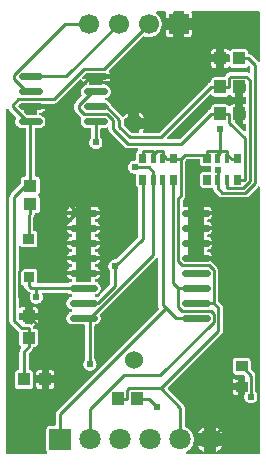
<source format=gtl>
G04 Layer: TopLayer*
G04 EasyEDA v6.4.25, 2022-01-11T00:03:50+05:30*
G04 e79d8a0691a342feb3cd135c88b6c30b,bb4acb9064584a23a31515f2769df67a,10*
G04 Gerber Generator version 0.2*
G04 Scale: 100 percent, Rotated: No, Reflected: No *
G04 Dimensions in millimeters *
G04 leading zeros omitted , absolute positions ,4 integer and 5 decimal *
%FSLAX45Y45*%
%MOMM*%

%ADD10C,0.2540*%
%ADD11C,0.5740*%
%ADD12C,0.6100*%
%ADD13R,1.1000X1.0000*%
%ADD14R,1.0000X1.1000*%
%ADD15R,0.9600X0.8800*%
%ADD16R,1.0000X0.8999*%
%ADD19C,1.5240*%
%ADD20R,1.7000X1.7000*%
%ADD21C,1.7000*%
%ADD22C,1.8000*%

%LPD*%
G36*
X1793748Y6444234D02*
G01*
X1789887Y6445046D01*
X1786585Y6447231D01*
X1761947Y6471869D01*
X1759712Y6475171D01*
X1758950Y6480048D01*
X1754073Y6480810D01*
X1750771Y6483045D01*
X1725523Y6508292D01*
X1723288Y6511594D01*
X1722526Y6515455D01*
X1722526Y6552590D01*
X1722018Y6557772D01*
X1722475Y6561988D01*
X1724609Y6565595D01*
X1728012Y6568084D01*
X1732127Y6568948D01*
X1758950Y6568948D01*
X1758950Y6616293D01*
X1757375Y6615633D01*
X1745640Y6608673D01*
X1734921Y6600190D01*
X1725422Y6590385D01*
X1722170Y6585966D01*
X1718919Y6583121D01*
X1714754Y6581851D01*
X1710486Y6582460D01*
X1706829Y6584797D01*
X1610360Y6681266D01*
X1608734Y6683400D01*
X1603603Y6694779D01*
X1598168Y6702552D01*
X1591411Y6709308D01*
X1583639Y6714744D01*
X1575003Y6718757D01*
X1566011Y6721195D01*
X1562150Y6723227D01*
X1559458Y6726681D01*
X1558493Y6731000D01*
X1559458Y6735318D01*
X1562150Y6738772D01*
X1566011Y6740804D01*
X1575003Y6743242D01*
X1583639Y6747256D01*
X1591411Y6752691D01*
X1598168Y6759448D01*
X1603603Y6767220D01*
X1607616Y6775856D01*
X1610106Y6785000D01*
X1610918Y6794500D01*
X1610106Y6803999D01*
X1607616Y6813143D01*
X1603603Y6821779D01*
X1598168Y6829552D01*
X1591411Y6836308D01*
X1583639Y6841744D01*
X1575003Y6845757D01*
X1566011Y6848195D01*
X1562150Y6850227D01*
X1559458Y6853681D01*
X1558493Y6858000D01*
X1559458Y6862318D01*
X1562150Y6865772D01*
X1566011Y6867804D01*
X1575003Y6870242D01*
X1583639Y6874256D01*
X1591411Y6879691D01*
X1598168Y6886448D01*
X1603603Y6894220D01*
X1606702Y6900824D01*
X1540510Y6900824D01*
X1540510Y6859270D01*
X1539748Y6855358D01*
X1537512Y6852107D01*
X1534261Y6849872D01*
X1530350Y6849109D01*
X1436217Y6849109D01*
X1432306Y6849872D01*
X1429004Y6852107D01*
X1426819Y6855358D01*
X1426057Y6859270D01*
X1426057Y6900824D01*
X1375410Y6900824D01*
X1371498Y6901586D01*
X1368247Y6903770D01*
X1366012Y6907072D01*
X1365250Y6910984D01*
X1366012Y6914845D01*
X1368247Y6918147D01*
X1389278Y6939229D01*
X1392580Y6941413D01*
X1396492Y6942175D01*
X1426667Y6942175D01*
X1428800Y6945680D01*
X1432153Y6948068D01*
X1436217Y6948881D01*
X1530350Y6948881D01*
X1534363Y6948068D01*
X1537766Y6945680D01*
X1539900Y6942175D01*
X1606702Y6942175D01*
X1603603Y6948779D01*
X1598168Y6956552D01*
X1594053Y6960666D01*
X1591868Y6963968D01*
X1591056Y6967880D01*
X1591868Y6971741D01*
X1594053Y6975043D01*
X1879549Y7260539D01*
X1882698Y7262672D01*
X1886457Y7263485D01*
X1890217Y7262875D01*
X1898853Y7259675D01*
X1912721Y7256525D01*
X1926843Y7255154D01*
X1941068Y7255611D01*
X1955088Y7257897D01*
X1968703Y7261910D01*
X1981707Y7267702D01*
X1993849Y7275068D01*
X2004974Y7283907D01*
X2014829Y7294118D01*
X2023313Y7305497D01*
X2030323Y7317892D01*
X2035657Y7331049D01*
X2039264Y7344816D01*
X2041042Y7358888D01*
X2041042Y7373112D01*
X2039264Y7387183D01*
X2035657Y7400950D01*
X2030323Y7414107D01*
X2023313Y7426502D01*
X2014829Y7437881D01*
X2004974Y7448092D01*
X1995017Y7455966D01*
X1992375Y7459167D01*
X1991258Y7463180D01*
X1991766Y7467295D01*
X1993950Y7470851D01*
X1997303Y7473238D01*
X2001367Y7474102D01*
X2065934Y7474102D01*
X2069744Y7473340D01*
X2072995Y7471257D01*
X2075180Y7468158D01*
X2076094Y7464399D01*
X2075535Y7460589D01*
X2074214Y7456728D01*
X2073503Y7450429D01*
X2073503Y7414869D01*
X2135530Y7414869D01*
X2135530Y7463942D01*
X2136343Y7467803D01*
X2138527Y7471105D01*
X2141829Y7473340D01*
X2145690Y7474102D01*
X2223109Y7474102D01*
X2226970Y7473340D01*
X2230272Y7471105D01*
X2232456Y7467803D01*
X2233269Y7463942D01*
X2233269Y7414869D01*
X2295296Y7414869D01*
X2295296Y7450429D01*
X2294585Y7456728D01*
X2293264Y7460589D01*
X2292705Y7464399D01*
X2293620Y7468158D01*
X2295804Y7471257D01*
X2299055Y7473340D01*
X2302865Y7474102D01*
X2863951Y7474102D01*
X2867812Y7473340D01*
X2871114Y7471105D01*
X2873298Y7467803D01*
X2874111Y7463942D01*
X2874111Y7053224D01*
X2873298Y7049363D01*
X2871114Y7046061D01*
X2867812Y7043877D01*
X2863951Y7043064D01*
X2860040Y7043877D01*
X2856738Y7046061D01*
X2801975Y7100824D01*
X2795727Y7105954D01*
X2789072Y7109510D01*
X2777693Y7112812D01*
X2774746Y7115048D01*
X2772765Y7118197D01*
X2772105Y7121855D01*
X2772105Y7128306D01*
X2771394Y7134656D01*
X2769463Y7140092D01*
X2766415Y7145020D01*
X2762300Y7149084D01*
X2757424Y7152182D01*
X2751937Y7154113D01*
X2745638Y7154824D01*
X2646781Y7154824D01*
X2640431Y7154113D01*
X2634996Y7152182D01*
X2630068Y7149084D01*
X2626004Y7145020D01*
X2624785Y7143140D01*
X2621991Y7140194D01*
X2618232Y7138568D01*
X2614168Y7138568D01*
X2610408Y7140194D01*
X2607614Y7143140D01*
X2606395Y7145020D01*
X2602331Y7149084D01*
X2597404Y7152182D01*
X2591968Y7154113D01*
X2585618Y7154824D01*
X2567533Y7154824D01*
X2567533Y7107732D01*
X2610104Y7107732D01*
X2614015Y7106970D01*
X2617317Y7104786D01*
X2619502Y7101484D01*
X2620264Y7097572D01*
X2620264Y7050227D01*
X2619502Y7046315D01*
X2617317Y7043013D01*
X2614015Y7040829D01*
X2610104Y7040067D01*
X2567533Y7040067D01*
X2567533Y6992975D01*
X2585618Y6992975D01*
X2591968Y6993686D01*
X2597404Y6995617D01*
X2602331Y6998716D01*
X2606395Y7002780D01*
X2607614Y7004659D01*
X2610408Y7007606D01*
X2614168Y7009231D01*
X2618232Y7009231D01*
X2621991Y7007606D01*
X2624785Y7004659D01*
X2626004Y7002780D01*
X2630068Y6998716D01*
X2634996Y6995617D01*
X2640431Y6993686D01*
X2646781Y6992975D01*
X2745638Y6992975D01*
X2751937Y6993686D01*
X2757424Y6995617D01*
X2762300Y6998716D01*
X2766415Y7002780D01*
X2769057Y7006996D01*
X2771495Y7009688D01*
X2774746Y7011314D01*
X2778353Y7011720D01*
X2781858Y7010857D01*
X2784856Y7008774D01*
X2789936Y7003694D01*
X2792120Y7000392D01*
X2792933Y6996480D01*
X2792933Y6962851D01*
X2792069Y6958787D01*
X2789631Y6955434D01*
X2786075Y6953250D01*
X2781960Y6952742D01*
X2777947Y6953910D01*
X2772257Y6956958D01*
X2765044Y6959142D01*
X2757017Y6959955D01*
X2625445Y6959955D01*
X2617419Y6959142D01*
X2610205Y6956958D01*
X2603500Y6953402D01*
X2597302Y6948271D01*
X2587396Y6938365D01*
X2582265Y6932117D01*
X2578709Y6925462D01*
X2577236Y6920738D01*
X2575153Y6916978D01*
X2571750Y6914388D01*
X2567533Y6913524D01*
X2486761Y6913524D01*
X2480462Y6912813D01*
X2474976Y6910882D01*
X2470099Y6907784D01*
X2465984Y6903720D01*
X2462936Y6898792D01*
X2461006Y6893356D01*
X2460294Y6887006D01*
X2460294Y6880555D01*
X2459634Y6876897D01*
X2457653Y6873748D01*
X2454706Y6871512D01*
X2443327Y6868210D01*
X2436672Y6864654D01*
X2430424Y6859524D01*
X2018131Y6447231D01*
X2014829Y6445046D01*
X2010918Y6444234D01*
X1890826Y6444234D01*
X1887067Y6444945D01*
X1883867Y6447028D01*
X1881632Y6450126D01*
X1880666Y6453835D01*
X1881174Y6457645D01*
X1883054Y6460947D01*
X1885594Y6463944D01*
X1892909Y6475425D01*
X1895043Y6480048D01*
X1847850Y6480048D01*
X1847850Y6454394D01*
X1847088Y6450533D01*
X1844852Y6447231D01*
X1841601Y6445046D01*
X1837689Y6444234D01*
G37*

%LPC*%
G36*
X1847850Y6568948D02*
G01*
X1895195Y6568948D01*
X1889455Y6579412D01*
X1881378Y6590385D01*
X1871878Y6600190D01*
X1861159Y6608673D01*
X1849424Y6615633D01*
X1847850Y6616293D01*
G37*
G36*
X2486761Y6992975D02*
G01*
X2504846Y6992975D01*
X2504846Y7040067D01*
X2460294Y7040067D01*
X2460294Y7019493D01*
X2461006Y7013143D01*
X2462936Y7007707D01*
X2465984Y7002780D01*
X2470099Y6998716D01*
X2474976Y6995617D01*
X2480462Y6993686D01*
G37*
G36*
X2460294Y7107732D02*
G01*
X2504846Y7107732D01*
X2504846Y7154824D01*
X2486761Y7154824D01*
X2480462Y7154113D01*
X2474976Y7152182D01*
X2470099Y7149084D01*
X2465984Y7145020D01*
X2462936Y7140092D01*
X2461006Y7134656D01*
X2460294Y7128306D01*
G37*
G36*
X2233269Y7255103D02*
G01*
X2268829Y7255103D01*
X2275128Y7255814D01*
X2280615Y7257694D01*
X2285492Y7260793D01*
X2289606Y7264908D01*
X2292705Y7269784D01*
X2294585Y7275271D01*
X2295296Y7281570D01*
X2295296Y7317130D01*
X2233269Y7317130D01*
G37*
G36*
X2099970Y7255103D02*
G01*
X2135530Y7255103D01*
X2135530Y7317130D01*
X2073503Y7317130D01*
X2073503Y7281570D01*
X2074214Y7275271D01*
X2076094Y7269784D01*
X2079193Y7264908D01*
X2083307Y7260793D01*
X2088184Y7257694D01*
X2093671Y7255814D01*
G37*

%LPD*%
G36*
X2097328Y6392722D02*
G01*
X2093468Y6393484D01*
X2090166Y6395669D01*
X2087930Y6398971D01*
X2087168Y6402882D01*
X2087930Y6406743D01*
X2090166Y6410045D01*
X2447594Y6767474D01*
X2450541Y6769557D01*
X2454097Y6770420D01*
X2457653Y6770014D01*
X2460904Y6768388D01*
X2463342Y6765696D01*
X2465984Y6761480D01*
X2470099Y6757416D01*
X2474976Y6754317D01*
X2480462Y6752386D01*
X2486761Y6751675D01*
X2585618Y6751675D01*
X2591968Y6752386D01*
X2597404Y6754317D01*
X2602331Y6757416D01*
X2606395Y6761480D01*
X2607614Y6763359D01*
X2610408Y6766306D01*
X2614168Y6767931D01*
X2618232Y6767931D01*
X2621991Y6766306D01*
X2624785Y6763359D01*
X2626004Y6761480D01*
X2630068Y6757416D01*
X2634996Y6754317D01*
X2640431Y6752386D01*
X2646781Y6751675D01*
X2664866Y6751675D01*
X2664866Y6798767D01*
X2656687Y6798767D01*
X2652623Y6799580D01*
X2649220Y6802018D01*
X2647086Y6805574D01*
X2646578Y6809689D01*
X2647746Y6813702D01*
X2649931Y6817817D01*
X2652166Y6825081D01*
X2652928Y6833108D01*
X2652928Y6856272D01*
X2653690Y6860184D01*
X2655925Y6863486D01*
X2659227Y6865670D01*
X2663088Y6866432D01*
X2664866Y6866432D01*
X2664866Y6872579D01*
X2665628Y6876440D01*
X2667812Y6879742D01*
X2671114Y6881977D01*
X2675026Y6882739D01*
X2717393Y6882739D01*
X2721254Y6881977D01*
X2724556Y6879742D01*
X2726791Y6876440D01*
X2727553Y6872579D01*
X2727553Y6866432D01*
X2741879Y6866432D01*
X2745790Y6865670D01*
X2749042Y6863486D01*
X2751277Y6860184D01*
X2752039Y6856272D01*
X2752039Y6808927D01*
X2751277Y6805015D01*
X2749042Y6801713D01*
X2745790Y6799529D01*
X2741879Y6798767D01*
X2727553Y6798767D01*
X2727553Y6751675D01*
X2741879Y6751675D01*
X2745790Y6750913D01*
X2749042Y6748729D01*
X2751277Y6745427D01*
X2752039Y6741515D01*
X2752039Y6695084D01*
X2751277Y6691172D01*
X2749042Y6687870D01*
X2745790Y6685686D01*
X2741879Y6684924D01*
X2727553Y6684924D01*
X2727553Y6637832D01*
X2741879Y6637832D01*
X2745790Y6637070D01*
X2749042Y6634886D01*
X2751277Y6631584D01*
X2752039Y6627672D01*
X2752039Y6580327D01*
X2751277Y6576415D01*
X2749042Y6573113D01*
X2745790Y6570929D01*
X2741879Y6570167D01*
X2727553Y6570167D01*
X2727553Y6523075D01*
X2741879Y6523075D01*
X2745790Y6522313D01*
X2749042Y6520129D01*
X2751277Y6516827D01*
X2752039Y6512915D01*
X2752039Y6467246D01*
X2751277Y6463385D01*
X2749042Y6460083D01*
X2745790Y6457899D01*
X2741879Y6457086D01*
X2738018Y6457899D01*
X2734716Y6460083D01*
X2667812Y6526936D01*
X2665628Y6530238D01*
X2664866Y6534150D01*
X2664866Y6570167D01*
X2663088Y6570167D01*
X2659227Y6570929D01*
X2655925Y6573113D01*
X2653690Y6576415D01*
X2652928Y6580327D01*
X2652928Y6603492D01*
X2652166Y6611518D01*
X2649931Y6618731D01*
X2647746Y6622897D01*
X2646578Y6626910D01*
X2647086Y6631025D01*
X2649220Y6634581D01*
X2652623Y6637020D01*
X2656687Y6637832D01*
X2664866Y6637832D01*
X2664866Y6684924D01*
X2646781Y6684924D01*
X2640431Y6684213D01*
X2634996Y6682282D01*
X2630068Y6679184D01*
X2626004Y6675120D01*
X2624785Y6673240D01*
X2621991Y6670294D01*
X2618232Y6668668D01*
X2614168Y6668668D01*
X2610408Y6670294D01*
X2607614Y6673240D01*
X2606395Y6675120D01*
X2602331Y6679184D01*
X2597404Y6682282D01*
X2591968Y6684213D01*
X2585618Y6684924D01*
X2486761Y6684924D01*
X2480462Y6684213D01*
X2474976Y6682282D01*
X2470099Y6679184D01*
X2465984Y6675120D01*
X2462936Y6670192D01*
X2461006Y6664756D01*
X2460294Y6658406D01*
X2460294Y6651955D01*
X2459634Y6648297D01*
X2457653Y6645148D01*
X2454706Y6642912D01*
X2443327Y6639610D01*
X2436672Y6636054D01*
X2430424Y6630924D01*
X2195169Y6395669D01*
X2191867Y6393484D01*
X2188006Y6392722D01*
G37*

%LPD*%
G36*
X1493723Y5053838D02*
G01*
X1480159Y5057495D01*
X1476298Y5059527D01*
X1473606Y5062982D01*
X1472641Y5067300D01*
X1473606Y5071618D01*
X1476298Y5075072D01*
X1480159Y5077104D01*
X1489151Y5079542D01*
X1497787Y5083556D01*
X1503172Y5087315D01*
X1507134Y5088991D01*
X1511401Y5088890D01*
X1513382Y5087924D01*
X1512417Y5089906D01*
X1512316Y5094173D01*
X1513992Y5098135D01*
X1517751Y5103520D01*
X1521764Y5112156D01*
X1524254Y5121300D01*
X1525066Y5130800D01*
X1524254Y5140299D01*
X1521764Y5149443D01*
X1517751Y5158079D01*
X1512316Y5165852D01*
X1505559Y5172608D01*
X1497787Y5178044D01*
X1489151Y5182057D01*
X1480159Y5184495D01*
X1476298Y5186527D01*
X1473606Y5189982D01*
X1472641Y5194300D01*
X1473606Y5198618D01*
X1476298Y5202072D01*
X1480159Y5204104D01*
X1489151Y5206542D01*
X1497787Y5210556D01*
X1505559Y5215991D01*
X1512316Y5222748D01*
X1517751Y5230520D01*
X1520850Y5237124D01*
X1445514Y5237124D01*
X1445514Y5195570D01*
X1444752Y5191658D01*
X1442567Y5188407D01*
X1439265Y5186172D01*
X1435354Y5185410D01*
X1322984Y5185410D01*
X1319072Y5186172D01*
X1315770Y5188407D01*
X1313586Y5191658D01*
X1312824Y5195570D01*
X1312824Y5237124D01*
X1237538Y5237124D01*
X1240586Y5230520D01*
X1246022Y5222748D01*
X1252778Y5215991D01*
X1260551Y5210556D01*
X1269187Y5206542D01*
X1278178Y5204104D01*
X1282090Y5202072D01*
X1284732Y5198618D01*
X1285697Y5194300D01*
X1284732Y5189982D01*
X1282090Y5186527D01*
X1278178Y5184495D01*
X1269187Y5182057D01*
X1260551Y5178044D01*
X1249222Y5170170D01*
X1245362Y5169408D01*
X998423Y5169408D01*
X994359Y5170220D01*
X991006Y5172659D01*
X988872Y5176215D01*
X988314Y5180279D01*
X988314Y5267248D01*
X987602Y5273548D01*
X985672Y5279034D01*
X982624Y5283911D01*
X978509Y5288026D01*
X973632Y5291074D01*
X968146Y5293004D01*
X961847Y5293715D01*
X866952Y5293715D01*
X860653Y5293004D01*
X855167Y5291074D01*
X850290Y5288026D01*
X846328Y5284063D01*
X843076Y5281879D01*
X839165Y5281117D01*
X835304Y5281879D01*
X832002Y5284063D01*
X829767Y5287365D01*
X829005Y5291277D01*
X829005Y5478322D01*
X829767Y5482234D01*
X832002Y5485536D01*
X835304Y5487720D01*
X839165Y5488482D01*
X843076Y5487720D01*
X846328Y5485536D01*
X850290Y5481574D01*
X855167Y5478526D01*
X860653Y5476595D01*
X866952Y5475884D01*
X961847Y5475884D01*
X968146Y5476595D01*
X973632Y5478526D01*
X978509Y5481574D01*
X982624Y5485688D01*
X985672Y5490565D01*
X987602Y5496052D01*
X988314Y5502351D01*
X988314Y5589219D01*
X987602Y5595569D01*
X985672Y5601004D01*
X982624Y5605932D01*
X978509Y5609996D01*
X973632Y5613095D01*
X968146Y5614974D01*
X962050Y5615686D01*
X958494Y5616752D01*
X955598Y5618988D01*
X953668Y5622137D01*
X953008Y5625795D01*
X953008Y5727547D01*
X953617Y5730951D01*
X955294Y5733999D01*
X959154Y5738672D01*
X962710Y5745327D01*
X966012Y5756706D01*
X968248Y5759653D01*
X971448Y5761634D01*
X975106Y5762294D01*
X981506Y5762294D01*
X987856Y5763006D01*
X993292Y5764936D01*
X998219Y5767984D01*
X1002284Y5772099D01*
X1005382Y5776976D01*
X1007313Y5782462D01*
X1008024Y5788761D01*
X1008024Y5887618D01*
X1007313Y5893968D01*
X1005382Y5899404D01*
X1002284Y5904331D01*
X998219Y5908395D01*
X996340Y5909614D01*
X993394Y5912408D01*
X991768Y5916168D01*
X991768Y5920232D01*
X993394Y5923991D01*
X996340Y5926785D01*
X998219Y5928004D01*
X1002284Y5932068D01*
X1005382Y5936996D01*
X1007313Y5942431D01*
X1008024Y5948781D01*
X1008024Y6047638D01*
X1007313Y6053937D01*
X1005382Y6059424D01*
X1002284Y6064300D01*
X998219Y6068415D01*
X993292Y6071463D01*
X987856Y6073394D01*
X981506Y6074105D01*
X978509Y6074105D01*
X974598Y6074867D01*
X971296Y6077102D01*
X969111Y6080353D01*
X968349Y6084265D01*
X968349Y6475730D01*
X969111Y6479641D01*
X971296Y6482892D01*
X974598Y6485128D01*
X978509Y6485890D01*
X1002334Y6485890D01*
X1012291Y6486753D01*
X1021486Y6489242D01*
X1030071Y6493256D01*
X1037894Y6498691D01*
X1044600Y6505448D01*
X1050036Y6513220D01*
X1054100Y6521856D01*
X1056538Y6531000D01*
X1057351Y6540500D01*
X1056538Y6549999D01*
X1054100Y6559143D01*
X1050036Y6567779D01*
X1044600Y6575552D01*
X1037894Y6582308D01*
X1030071Y6587744D01*
X1021486Y6591757D01*
X1012494Y6594195D01*
X1008583Y6596227D01*
X1005890Y6599681D01*
X1004925Y6604000D01*
X1005890Y6608318D01*
X1008583Y6611772D01*
X1012494Y6613804D01*
X1021486Y6616242D01*
X1030071Y6620256D01*
X1037894Y6625691D01*
X1044600Y6632448D01*
X1050036Y6640220D01*
X1053134Y6646824D01*
X986942Y6646824D01*
X986942Y6605270D01*
X986180Y6601358D01*
X983996Y6598107D01*
X980694Y6595872D01*
X976782Y6595109D01*
X903528Y6595109D01*
X899668Y6595872D01*
X896366Y6598107D01*
X875487Y6618986D01*
X873252Y6622288D01*
X872490Y6626148D01*
X872490Y6646824D01*
X851814Y6646824D01*
X847953Y6647586D01*
X844651Y6649770D01*
X830224Y6664198D01*
X827989Y6667500D01*
X827227Y6671411D01*
X827989Y6675272D01*
X830224Y6678574D01*
X836828Y6685229D01*
X840130Y6687413D01*
X844042Y6688175D01*
X874420Y6688175D01*
X876655Y6690461D01*
X879500Y6691884D01*
X882650Y6692392D01*
X976782Y6692392D01*
X979932Y6691884D01*
X982776Y6690461D01*
X985012Y6688175D01*
X1057452Y6688175D01*
X1059688Y6690461D01*
X1062532Y6691884D01*
X1065631Y6692392D01*
X1125982Y6692392D01*
X1134008Y6693153D01*
X1141222Y6695389D01*
X1147876Y6698945D01*
X1154125Y6704025D01*
X1346758Y6896658D01*
X1350467Y6899046D01*
X1354836Y6899605D01*
X1359052Y6898284D01*
X1362303Y6895287D01*
X1368399Y6886397D01*
X1375105Y6879691D01*
X1382928Y6874256D01*
X1391513Y6870242D01*
X1400505Y6867804D01*
X1404416Y6865772D01*
X1407109Y6862318D01*
X1408074Y6858000D01*
X1407109Y6853681D01*
X1404416Y6850227D01*
X1400505Y6848195D01*
X1391513Y6845757D01*
X1382928Y6841744D01*
X1375105Y6836308D01*
X1368399Y6829552D01*
X1362964Y6821779D01*
X1358900Y6813143D01*
X1356461Y6803999D01*
X1355648Y6794500D01*
X1356461Y6785000D01*
X1358900Y6775856D01*
X1363319Y6766407D01*
X1364284Y6762394D01*
X1363573Y6758381D01*
X1361287Y6754926D01*
X1312113Y6705701D01*
X1306982Y6699453D01*
X1303426Y6692798D01*
X1301242Y6685584D01*
X1300429Y6677558D01*
X1300429Y6648958D01*
X1301242Y6640931D01*
X1303426Y6633667D01*
X1306982Y6627012D01*
X1312113Y6620764D01*
X1354836Y6578041D01*
X1358087Y6575399D01*
X1360779Y6571894D01*
X1361795Y6567576D01*
X1360830Y6563258D01*
X1358900Y6559143D01*
X1356461Y6549999D01*
X1355648Y6540500D01*
X1356461Y6531000D01*
X1358900Y6521856D01*
X1362964Y6513220D01*
X1368399Y6505448D01*
X1375105Y6498691D01*
X1382928Y6493256D01*
X1391513Y6489242D01*
X1400708Y6486753D01*
X1410665Y6485890D01*
X1434541Y6485890D01*
X1438402Y6485128D01*
X1441704Y6482892D01*
X1443888Y6479641D01*
X1444701Y6475730D01*
X1444701Y6408826D01*
X1443888Y6404914D01*
X1441704Y6401663D01*
X1440129Y6400038D01*
X1434490Y6392011D01*
X1430324Y6383070D01*
X1427784Y6373571D01*
X1426921Y6363817D01*
X1427784Y6354013D01*
X1430324Y6344513D01*
X1434490Y6335623D01*
X1440129Y6327597D01*
X1447038Y6320637D01*
X1455115Y6314998D01*
X1464005Y6310833D01*
X1473504Y6308293D01*
X1483309Y6307429D01*
X1493062Y6308293D01*
X1502562Y6310833D01*
X1511452Y6314998D01*
X1519529Y6320637D01*
X1526489Y6327597D01*
X1532128Y6335623D01*
X1536242Y6344513D01*
X1538782Y6354013D01*
X1539646Y6363817D01*
X1538782Y6373571D01*
X1536242Y6383070D01*
X1532128Y6392011D01*
X1526489Y6400038D01*
X1524863Y6401663D01*
X1522679Y6404914D01*
X1521917Y6408826D01*
X1521917Y6475730D01*
X1522679Y6479641D01*
X1524863Y6482892D01*
X1528165Y6485128D01*
X1532077Y6485890D01*
X1555902Y6485890D01*
X1565808Y6486753D01*
X1579321Y6490411D01*
X1583131Y6489903D01*
X1586484Y6487972D01*
X1588871Y6484975D01*
X1589989Y6481267D01*
X1590751Y6473393D01*
X1592935Y6466128D01*
X1596491Y6459474D01*
X1601622Y6453225D01*
X1727707Y6327140D01*
X1733956Y6322060D01*
X1740611Y6318504D01*
X1747824Y6316268D01*
X1755851Y6315506D01*
X1831339Y6315506D01*
X1835048Y6314795D01*
X1838248Y6312814D01*
X1840484Y6309766D01*
X1841500Y6306108D01*
X1840433Y6296202D01*
X1839671Y6293205D01*
X1838045Y6290614D01*
X1835708Y6288582D01*
X1832711Y6286703D01*
X1828596Y6282639D01*
X1825498Y6277711D01*
X1823618Y6272276D01*
X1822907Y6265926D01*
X1822907Y6220460D01*
X1822196Y6216802D01*
X1820214Y6213602D01*
X1817217Y6211366D01*
X1813560Y6210350D01*
X1802638Y6209436D01*
X1793189Y6206896D01*
X1784299Y6202730D01*
X1776222Y6197092D01*
X1769313Y6190183D01*
X1763674Y6182106D01*
X1759508Y6173216D01*
X1756968Y6163716D01*
X1756105Y6153912D01*
X1756968Y6144158D01*
X1759508Y6134658D01*
X1763674Y6125718D01*
X1769313Y6117691D01*
X1776222Y6110732D01*
X1784299Y6105093D01*
X1793189Y6100978D01*
X1802638Y6098438D01*
X1813712Y6097524D01*
X1817573Y6096406D01*
X1820722Y6093866D01*
X1822602Y6090259D01*
X1822907Y6085941D01*
X1822907Y6007049D01*
X1823618Y6000750D01*
X1825548Y5995263D01*
X1828647Y5990386D01*
X1832711Y5986272D01*
X1835454Y5984544D01*
X1837994Y5982309D01*
X1839671Y5979312D01*
X1840230Y5975959D01*
X1840230Y5569864D01*
X1839468Y5566003D01*
X1837232Y5562701D01*
X1650695Y5376164D01*
X1647799Y5374132D01*
X1644396Y5373217D01*
X1636369Y5372506D01*
X1626870Y5369966D01*
X1617980Y5365800D01*
X1609902Y5360162D01*
X1602994Y5353253D01*
X1597355Y5345176D01*
X1593189Y5336286D01*
X1590649Y5326786D01*
X1589786Y5316982D01*
X1590649Y5307228D01*
X1593189Y5297728D01*
X1597355Y5288788D01*
X1602994Y5280761D01*
X1604568Y5279186D01*
X1606753Y5275884D01*
X1607566Y5271973D01*
X1607566Y5167376D01*
X1606753Y5163464D01*
X1604568Y5160213D01*
X1529486Y5085130D01*
X1525879Y5082794D01*
X1521663Y5082133D01*
X1518158Y5083149D01*
X1519123Y5079644D01*
X1518513Y5075428D01*
X1516176Y5071821D01*
X1501190Y5056835D01*
X1497787Y5054600D01*
G37*

%LPC*%
G36*
X1237538Y5278475D02*
G01*
X1312824Y5278475D01*
X1312824Y5364124D01*
X1237538Y5364124D01*
X1240586Y5357520D01*
X1246022Y5349748D01*
X1252778Y5342991D01*
X1260551Y5337556D01*
X1269187Y5333542D01*
X1278178Y5331104D01*
X1282090Y5329072D01*
X1284732Y5325618D01*
X1285697Y5321300D01*
X1284732Y5316982D01*
X1282090Y5313527D01*
X1278178Y5311495D01*
X1269187Y5309057D01*
X1260551Y5305044D01*
X1252778Y5299608D01*
X1246022Y5292852D01*
X1240586Y5285079D01*
G37*
G36*
X1445514Y5278475D02*
G01*
X1520850Y5278475D01*
X1517751Y5285079D01*
X1512316Y5292852D01*
X1505559Y5299608D01*
X1497787Y5305044D01*
X1489151Y5309057D01*
X1480159Y5311495D01*
X1476298Y5313527D01*
X1473606Y5316982D01*
X1472641Y5321300D01*
X1473606Y5325618D01*
X1476298Y5329072D01*
X1480159Y5331104D01*
X1489151Y5333542D01*
X1497787Y5337556D01*
X1505559Y5342991D01*
X1512316Y5349748D01*
X1517751Y5357520D01*
X1520850Y5364124D01*
X1445514Y5364124D01*
G37*
G36*
X1237538Y5405475D02*
G01*
X1312824Y5405475D01*
X1312824Y5491124D01*
X1237538Y5491124D01*
X1240586Y5484520D01*
X1246022Y5476748D01*
X1252778Y5469991D01*
X1260551Y5464556D01*
X1269187Y5460542D01*
X1278178Y5458104D01*
X1282090Y5456072D01*
X1284732Y5452618D01*
X1285697Y5448300D01*
X1284732Y5443982D01*
X1282090Y5440527D01*
X1278178Y5438495D01*
X1269187Y5436057D01*
X1260551Y5432044D01*
X1252778Y5426608D01*
X1246022Y5419852D01*
X1240586Y5412079D01*
G37*
G36*
X1445514Y5405475D02*
G01*
X1520850Y5405475D01*
X1517751Y5412079D01*
X1512316Y5419852D01*
X1505559Y5426608D01*
X1497787Y5432044D01*
X1489151Y5436057D01*
X1480159Y5438495D01*
X1476298Y5440527D01*
X1473606Y5443982D01*
X1472641Y5448300D01*
X1473606Y5452618D01*
X1476298Y5456072D01*
X1480159Y5458104D01*
X1489151Y5460542D01*
X1497787Y5464556D01*
X1505559Y5469991D01*
X1512316Y5476748D01*
X1517751Y5484520D01*
X1520850Y5491124D01*
X1445514Y5491124D01*
G37*
G36*
X1445514Y5532475D02*
G01*
X1520850Y5532475D01*
X1517751Y5539079D01*
X1512316Y5546852D01*
X1505559Y5553608D01*
X1497787Y5559044D01*
X1489151Y5563057D01*
X1480159Y5565495D01*
X1476298Y5567527D01*
X1473606Y5570982D01*
X1472641Y5575300D01*
X1473606Y5579618D01*
X1476298Y5583072D01*
X1480159Y5585104D01*
X1489151Y5587542D01*
X1497787Y5591556D01*
X1505559Y5596991D01*
X1512316Y5603748D01*
X1517751Y5611520D01*
X1520850Y5618124D01*
X1445514Y5618124D01*
G37*
G36*
X1237538Y5532475D02*
G01*
X1312824Y5532475D01*
X1312824Y5618124D01*
X1237538Y5618124D01*
X1240586Y5611520D01*
X1246022Y5603748D01*
X1252778Y5596991D01*
X1260551Y5591556D01*
X1269187Y5587542D01*
X1278178Y5585104D01*
X1282090Y5583072D01*
X1284732Y5579618D01*
X1285697Y5575300D01*
X1284732Y5570982D01*
X1282090Y5567527D01*
X1278178Y5565495D01*
X1269187Y5563057D01*
X1260551Y5559044D01*
X1252778Y5553608D01*
X1246022Y5546852D01*
X1240586Y5539079D01*
G37*
G36*
X1237538Y5659475D02*
G01*
X1312824Y5659475D01*
X1312824Y5745124D01*
X1237538Y5745124D01*
X1240586Y5738520D01*
X1246022Y5730748D01*
X1252778Y5723991D01*
X1260551Y5718556D01*
X1269187Y5714542D01*
X1278178Y5712104D01*
X1282090Y5710072D01*
X1284732Y5706618D01*
X1285697Y5702300D01*
X1284732Y5697982D01*
X1282090Y5694527D01*
X1278178Y5692495D01*
X1269187Y5690057D01*
X1260551Y5686044D01*
X1252778Y5680608D01*
X1246022Y5673852D01*
X1240586Y5666079D01*
G37*
G36*
X1445514Y5659475D02*
G01*
X1520850Y5659475D01*
X1517751Y5666079D01*
X1512316Y5673852D01*
X1505559Y5680608D01*
X1497787Y5686044D01*
X1489151Y5690057D01*
X1480159Y5692495D01*
X1476298Y5694527D01*
X1473606Y5697982D01*
X1472641Y5702300D01*
X1473606Y5706618D01*
X1476298Y5710072D01*
X1480159Y5712104D01*
X1489151Y5714542D01*
X1497787Y5718556D01*
X1505559Y5723991D01*
X1512316Y5730748D01*
X1517751Y5738520D01*
X1520850Y5745124D01*
X1445514Y5745124D01*
G37*
G36*
X1237538Y5786475D02*
G01*
X1312824Y5786475D01*
X1312824Y5820410D01*
X1288288Y5820410D01*
X1278382Y5819546D01*
X1269187Y5817057D01*
X1260551Y5813044D01*
X1252778Y5807608D01*
X1246022Y5800852D01*
X1240586Y5793079D01*
G37*
G36*
X1445514Y5786475D02*
G01*
X1520850Y5786475D01*
X1517751Y5793079D01*
X1512316Y5800852D01*
X1505559Y5807608D01*
X1497787Y5813044D01*
X1489151Y5817057D01*
X1479956Y5819546D01*
X1470050Y5820410D01*
X1445514Y5820410D01*
G37*

%LPD*%
G36*
X2254504Y3725926D02*
G01*
X2250135Y3726891D01*
X2246680Y3729583D01*
X2244648Y3733546D01*
X2244496Y3737965D01*
X2246274Y3742029D01*
X2249576Y3744976D01*
X2259177Y3750259D01*
X2270963Y3758793D01*
X2281580Y3768750D01*
X2290876Y3779977D01*
X2298649Y3792270D01*
X2304846Y3805428D01*
X2309368Y3819296D01*
X2312060Y3833571D01*
X2312974Y3848100D01*
X2312060Y3862628D01*
X2309368Y3876903D01*
X2304846Y3890772D01*
X2298649Y3903929D01*
X2290876Y3916222D01*
X2281580Y3927449D01*
X2270963Y3937406D01*
X2259177Y3945940D01*
X2246426Y3952951D01*
X2242108Y3954678D01*
X2238756Y3956862D01*
X2236520Y3960164D01*
X2235708Y3964127D01*
X2235708Y4117543D01*
X2234895Y4125569D01*
X2232710Y4132834D01*
X2229154Y4139488D01*
X2224074Y4145737D01*
X2094687Y4275074D01*
X2092502Y4278376D01*
X2091740Y4282236D01*
X2092502Y4286148D01*
X2094687Y4289450D01*
X2548229Y4742942D01*
X2553360Y4749190D01*
X2556916Y4755845D01*
X2559100Y4763109D01*
X2559913Y4771136D01*
X2559913Y4962398D01*
X2559100Y4970424D01*
X2556916Y4977688D01*
X2553360Y4984343D01*
X2548229Y4990592D01*
X2522016Y5016804D01*
X2519781Y5020106D01*
X2519019Y5023967D01*
X2519019Y5278780D01*
X2518257Y5286806D01*
X2516022Y5294020D01*
X2512466Y5300675D01*
X2507386Y5306923D01*
X2469286Y5345023D01*
X2467051Y5348427D01*
X2466340Y5352491D01*
X2467305Y5356504D01*
X2470861Y5364124D01*
X2393289Y5364124D01*
X2389784Y5361381D01*
X2385415Y5360416D01*
X2273046Y5360416D01*
X2268677Y5361381D01*
X2265172Y5364124D01*
X2230729Y5364124D01*
X2226818Y5364886D01*
X2223566Y5367070D01*
X2221992Y5368645D01*
X2219756Y5371947D01*
X2218994Y5375808D01*
X2218994Y5395315D01*
X2219756Y5399227D01*
X2221992Y5402529D01*
X2225294Y5404713D01*
X2229154Y5405475D01*
X2262886Y5405475D01*
X2262886Y5491124D01*
X2229154Y5491124D01*
X2225294Y5491886D01*
X2221992Y5494070D01*
X2219756Y5497372D01*
X2218994Y5501284D01*
X2218994Y5522315D01*
X2219756Y5526227D01*
X2221992Y5529529D01*
X2225294Y5531713D01*
X2229154Y5532475D01*
X2262886Y5532475D01*
X2262886Y5618124D01*
X2229154Y5618124D01*
X2225294Y5618886D01*
X2221992Y5621070D01*
X2219756Y5624372D01*
X2218994Y5628284D01*
X2218994Y5649315D01*
X2219756Y5653227D01*
X2221992Y5656529D01*
X2225294Y5658713D01*
X2229154Y5659475D01*
X2262886Y5659475D01*
X2262886Y5745124D01*
X2229154Y5745124D01*
X2225294Y5745886D01*
X2221992Y5748070D01*
X2219756Y5751372D01*
X2218994Y5755284D01*
X2218994Y5776315D01*
X2219756Y5780227D01*
X2221992Y5783529D01*
X2225294Y5785713D01*
X2229154Y5786475D01*
X2262886Y5786475D01*
X2262886Y5820410D01*
X2238349Y5820410D01*
X2230018Y5819698D01*
X2225903Y5820206D01*
X2222296Y5822289D01*
X2219858Y5825693D01*
X2218994Y5829808D01*
X2218994Y5872124D01*
X2219756Y5875985D01*
X2221992Y5879287D01*
X2228443Y5885738D01*
X2233574Y5891987D01*
X2237130Y5898642D01*
X2239314Y5905906D01*
X2240127Y5913932D01*
X2240127Y6206286D01*
X2240889Y6210198D01*
X2243074Y6213500D01*
X2248560Y6218986D01*
X2251862Y6221171D01*
X2255774Y6221933D01*
X2358847Y6221933D01*
X2362708Y6221171D01*
X2366010Y6218986D01*
X2368245Y6215684D01*
X2369007Y6211773D01*
X2369007Y6187084D01*
X2369718Y6180734D01*
X2371598Y6175298D01*
X2374696Y6170371D01*
X2378811Y6166307D01*
X2383688Y6163208D01*
X2389174Y6161328D01*
X2395474Y6160617D01*
X2451100Y6160617D01*
X2454757Y6159906D01*
X2457907Y6157976D01*
X2460142Y6155029D01*
X2461209Y6151473D01*
X2460904Y6147816D01*
X2459431Y6142228D01*
X2458567Y6132474D01*
X2459329Y6123432D01*
X2458872Y6119317D01*
X2456738Y6115710D01*
X2453335Y6113272D01*
X2449220Y6112408D01*
X2395524Y6112408D01*
X2389174Y6111697D01*
X2383739Y6109766D01*
X2378811Y6106718D01*
X2374747Y6102604D01*
X2371648Y6097727D01*
X2369718Y6092240D01*
X2369007Y6085941D01*
X2369007Y6007049D01*
X2369718Y6000750D01*
X2371648Y5995263D01*
X2374747Y5990386D01*
X2378811Y5986272D01*
X2383739Y5983224D01*
X2389174Y5981293D01*
X2395524Y5980582D01*
X2454351Y5980582D01*
X2460701Y5981293D01*
X2463393Y5982258D01*
X2467000Y5982817D01*
X2470556Y5982055D01*
X2473655Y5980074D01*
X2475839Y5977178D01*
X2476855Y5973622D01*
X2477109Y5970828D01*
X2479294Y5963615D01*
X2482850Y5956960D01*
X2487980Y5950712D01*
X2528163Y5910529D01*
X2534361Y5905449D01*
X2541066Y5901893D01*
X2548280Y5899658D01*
X2556306Y5898896D01*
X2749550Y5898896D01*
X2757576Y5899658D01*
X2764840Y5901893D01*
X2771495Y5905449D01*
X2777693Y5910529D01*
X2856738Y5989574D01*
X2860040Y5991758D01*
X2863951Y5992571D01*
X2867812Y5991758D01*
X2871114Y5989574D01*
X2873298Y5986272D01*
X2874111Y5982411D01*
X2874111Y3736086D01*
X2873298Y3732174D01*
X2871114Y3728872D01*
X2867812Y3726687D01*
X2863951Y3725926D01*
X2508504Y3725926D01*
X2504135Y3726891D01*
X2500325Y3730193D01*
X2499461Y3728872D01*
X2496159Y3726687D01*
X2492298Y3725926D01*
X2409901Y3725926D01*
X2406040Y3726687D01*
X2401570Y3729583D01*
X2398064Y3726891D01*
X2393696Y3725926D01*
G37*

%LPC*%
G36*
X2502458Y3743960D02*
G01*
X2503576Y3744976D01*
X2513177Y3750259D01*
X2524963Y3758793D01*
X2535580Y3768750D01*
X2544876Y3779977D01*
X2552649Y3792270D01*
X2554782Y3796741D01*
X2502458Y3796741D01*
G37*
G36*
X2399741Y3743960D02*
G01*
X2399741Y3796741D01*
X2347417Y3796741D01*
X2349550Y3792270D01*
X2357323Y3779977D01*
X2366619Y3768750D01*
X2377236Y3758793D01*
X2389022Y3750259D01*
X2398623Y3744976D01*
G37*
G36*
X2347417Y3899458D02*
G01*
X2399741Y3899458D01*
X2399741Y3951833D01*
X2389022Y3945940D01*
X2377236Y3937406D01*
X2366619Y3927449D01*
X2357323Y3916222D01*
X2349550Y3903929D01*
G37*
G36*
X2502458Y3899458D02*
G01*
X2554782Y3899458D01*
X2552649Y3903929D01*
X2544876Y3916222D01*
X2535580Y3927449D01*
X2524963Y3937406D01*
X2513177Y3945940D01*
X2502458Y3951833D01*
G37*
G36*
X2795981Y4154474D02*
G01*
X2805734Y4155338D01*
X2815234Y4157878D01*
X2824124Y4161993D01*
X2832201Y4167632D01*
X2839161Y4174591D01*
X2844800Y4182618D01*
X2848914Y4191558D01*
X2851454Y4201058D01*
X2852318Y4210812D01*
X2851454Y4220616D01*
X2848914Y4230116D01*
X2844800Y4239006D01*
X2839161Y4247083D01*
X2837535Y4248658D01*
X2835351Y4251960D01*
X2834589Y4255820D01*
X2834589Y4387850D01*
X2833776Y4395876D01*
X2831592Y4403090D01*
X2828036Y4409744D01*
X2822905Y4415993D01*
X2796692Y4442206D01*
X2794457Y4445508D01*
X2793695Y4449419D01*
X2793695Y4510938D01*
X2792984Y4517237D01*
X2791104Y4522724D01*
X2788005Y4527600D01*
X2783890Y4531715D01*
X2779014Y4534814D01*
X2773527Y4536694D01*
X2767228Y4537405D01*
X2668371Y4537405D01*
X2662072Y4536694D01*
X2656586Y4534814D01*
X2651709Y4531715D01*
X2647594Y4527600D01*
X2644495Y4522724D01*
X2642616Y4517237D01*
X2641904Y4510938D01*
X2641904Y4422089D01*
X2642616Y4415739D01*
X2644495Y4410303D01*
X2647594Y4405376D01*
X2651709Y4401312D01*
X2656586Y4398213D01*
X2662072Y4396333D01*
X2668371Y4395622D01*
X2729890Y4395622D01*
X2733802Y4394809D01*
X2737053Y4392625D01*
X2746197Y4383532D01*
X2748381Y4380230D01*
X2749143Y4376369D01*
X2749143Y4325162D01*
X2752394Y4323943D01*
X2755036Y4321657D01*
X2756763Y4318609D01*
X2757373Y4315206D01*
X2757373Y4277817D01*
X2756763Y4274413D01*
X2755036Y4271365D01*
X2752394Y4269079D01*
X2749143Y4267860D01*
X2749143Y4245102D01*
X2748686Y4242054D01*
X2742996Y4230116D01*
X2740456Y4220616D01*
X2739593Y4210812D01*
X2740456Y4201058D01*
X2742996Y4191558D01*
X2747162Y4182618D01*
X2752801Y4174591D01*
X2759710Y4167632D01*
X2767787Y4161993D01*
X2776677Y4157878D01*
X2786176Y4155338D01*
G37*
G36*
X2668371Y4225594D02*
G01*
X2686456Y4225594D01*
X2686456Y4267657D01*
X2641904Y4267657D01*
X2641904Y4252061D01*
X2642616Y4245762D01*
X2644495Y4240276D01*
X2647594Y4235399D01*
X2651709Y4231284D01*
X2656586Y4228236D01*
X2662072Y4226306D01*
G37*
G36*
X2641904Y4325366D02*
G01*
X2686456Y4325366D01*
X2686456Y4367428D01*
X2668371Y4367428D01*
X2662072Y4366717D01*
X2656586Y4364786D01*
X2651709Y4361688D01*
X2647594Y4357624D01*
X2644495Y4352696D01*
X2642616Y4347260D01*
X2641904Y4340910D01*
G37*
G36*
X2395575Y5405475D02*
G01*
X2470861Y5405475D01*
X2467813Y5412079D01*
X2462377Y5419852D01*
X2455621Y5426608D01*
X2447848Y5432044D01*
X2439212Y5436057D01*
X2430221Y5438495D01*
X2426309Y5440527D01*
X2423668Y5443982D01*
X2422702Y5448300D01*
X2423668Y5452618D01*
X2426309Y5456072D01*
X2430221Y5458104D01*
X2439212Y5460542D01*
X2447848Y5464556D01*
X2455621Y5469991D01*
X2462377Y5476748D01*
X2467813Y5484520D01*
X2470861Y5491124D01*
X2395575Y5491124D01*
G37*
G36*
X2395575Y5532475D02*
G01*
X2470861Y5532475D01*
X2467813Y5539079D01*
X2462377Y5546852D01*
X2455621Y5553608D01*
X2447848Y5559044D01*
X2439212Y5563057D01*
X2430221Y5565495D01*
X2426309Y5567527D01*
X2423668Y5570982D01*
X2422702Y5575300D01*
X2423668Y5579618D01*
X2426309Y5583072D01*
X2430221Y5585104D01*
X2439212Y5587542D01*
X2447848Y5591556D01*
X2455621Y5596991D01*
X2462377Y5603748D01*
X2467813Y5611520D01*
X2470861Y5618124D01*
X2395575Y5618124D01*
G37*
G36*
X2395575Y5659475D02*
G01*
X2470861Y5659475D01*
X2467813Y5666079D01*
X2462377Y5673852D01*
X2455621Y5680608D01*
X2447848Y5686044D01*
X2439212Y5690057D01*
X2430221Y5692495D01*
X2426309Y5694527D01*
X2423668Y5697982D01*
X2422702Y5702300D01*
X2423668Y5706618D01*
X2426309Y5710072D01*
X2430221Y5712104D01*
X2439212Y5714542D01*
X2447848Y5718556D01*
X2455621Y5723991D01*
X2462377Y5730748D01*
X2467813Y5738520D01*
X2470861Y5745124D01*
X2395575Y5745124D01*
G37*
G36*
X2395575Y5786475D02*
G01*
X2470861Y5786475D01*
X2467813Y5793079D01*
X2462377Y5800852D01*
X2455621Y5807608D01*
X2447848Y5813044D01*
X2439212Y5817057D01*
X2430018Y5819546D01*
X2420112Y5820410D01*
X2395575Y5820410D01*
G37*

%LPD*%
G36*
X736092Y3725926D02*
G01*
X732180Y3726687D01*
X728878Y3728872D01*
X726694Y3732174D01*
X725932Y3736086D01*
X725932Y6639559D01*
X726897Y6643878D01*
X729640Y6647434D01*
X733602Y6649415D01*
X738073Y6649516D01*
X742137Y6647738D01*
X745032Y6644335D01*
X748487Y6637832D01*
X753618Y6631584D01*
X806907Y6578295D01*
X809193Y6574891D01*
X809904Y6570827D01*
X808939Y6566814D01*
X805383Y6559143D01*
X802894Y6549999D01*
X802081Y6540500D01*
X802894Y6531000D01*
X805383Y6521856D01*
X809396Y6513220D01*
X814832Y6505448D01*
X821588Y6498691D01*
X829360Y6493256D01*
X837996Y6489242D01*
X847191Y6486753D01*
X857097Y6485890D01*
X880973Y6485890D01*
X884834Y6485128D01*
X888136Y6482892D01*
X890320Y6479641D01*
X891133Y6475730D01*
X891133Y6091377D01*
X890676Y6088430D01*
X888187Y6079693D01*
X885952Y6076746D01*
X882751Y6074765D01*
X879094Y6074105D01*
X872693Y6074105D01*
X866343Y6073394D01*
X860907Y6071463D01*
X855980Y6068415D01*
X851916Y6064300D01*
X848817Y6059424D01*
X846886Y6053937D01*
X846175Y6047638D01*
X846175Y6015177D01*
X845413Y6011265D01*
X843229Y6007963D01*
X763473Y5928207D01*
X758342Y5921959D01*
X754786Y5915304D01*
X752602Y5908090D01*
X751789Y5900064D01*
X751789Y4854651D01*
X752602Y4846624D01*
X754786Y4839360D01*
X758342Y4832705D01*
X763473Y4826457D01*
X828192Y4761738D01*
X829767Y4760417D01*
X832510Y4756912D01*
X833475Y4752594D01*
X833475Y4661154D01*
X834186Y4654854D01*
X836117Y4649368D01*
X839216Y4644491D01*
X843280Y4640376D01*
X847496Y4637735D01*
X850188Y4635296D01*
X851814Y4632045D01*
X852220Y4628438D01*
X851357Y4624933D01*
X843127Y4614672D01*
X839571Y4608017D01*
X837387Y4600752D01*
X836574Y4592726D01*
X836574Y4447184D01*
X835914Y4443526D01*
X833932Y4440326D01*
X830986Y4438091D01*
X827430Y4437075D01*
X819353Y4436262D01*
X813968Y4434382D01*
X809091Y4431284D01*
X804976Y4427220D01*
X801928Y4422292D01*
X799998Y4416856D01*
X799287Y4410506D01*
X799287Y4301693D01*
X799998Y4295343D01*
X801928Y4289907D01*
X804976Y4284980D01*
X809091Y4280916D01*
X813968Y4277817D01*
X819454Y4275886D01*
X825753Y4275175D01*
X924610Y4275175D01*
X930960Y4275886D01*
X936396Y4277817D01*
X941324Y4280916D01*
X945387Y4284980D01*
X948486Y4289907D01*
X950417Y4295343D01*
X951128Y4301693D01*
X951128Y4410506D01*
X950417Y4416856D01*
X948486Y4422292D01*
X945387Y4427220D01*
X941324Y4431284D01*
X936396Y4434382D01*
X931011Y4436262D01*
X922985Y4437075D01*
X919378Y4438091D01*
X916432Y4440326D01*
X914450Y4443526D01*
X913790Y4447184D01*
X913790Y4573066D01*
X914552Y4576927D01*
X916787Y4580229D01*
X941374Y4604816D01*
X946454Y4611065D01*
X950010Y4617720D01*
X953312Y4629099D01*
X955548Y4632045D01*
X958748Y4634026D01*
X962406Y4634687D01*
X968806Y4634687D01*
X975156Y4635398D01*
X980592Y4637328D01*
X985519Y4640376D01*
X989584Y4644491D01*
X992682Y4649368D01*
X994613Y4654854D01*
X995324Y4661154D01*
X995324Y4760010D01*
X994613Y4766360D01*
X992682Y4771796D01*
X989584Y4776724D01*
X985519Y4780788D01*
X980592Y4783886D01*
X975156Y4785817D01*
X968806Y4786528D01*
X962406Y4786528D01*
X958748Y4787188D01*
X955548Y4789119D01*
X953312Y4792116D01*
X950620Y4801565D01*
X950214Y4805324D01*
X951179Y4808982D01*
X953414Y4811979D01*
X956614Y4814011D01*
X960323Y4814671D01*
X968806Y4814671D01*
X975156Y4815382D01*
X980592Y4817313D01*
X985519Y4820412D01*
X989584Y4824476D01*
X992682Y4829403D01*
X994613Y4834839D01*
X995324Y4841189D01*
X995324Y4859223D01*
X948232Y4859223D01*
X948232Y4831080D01*
X947419Y4827016D01*
X944981Y4823612D01*
X941425Y4821478D01*
X937310Y4820920D01*
X933297Y4822088D01*
X929182Y4824323D01*
X921918Y4826508D01*
X913892Y4827320D01*
X890727Y4827320D01*
X886815Y4828082D01*
X883513Y4830267D01*
X881329Y4833569D01*
X880567Y4837480D01*
X880567Y4859223D01*
X844092Y4859223D01*
X840181Y4860036D01*
X836930Y4862220D01*
X832002Y4867148D01*
X829767Y4870450D01*
X829005Y4874310D01*
X829005Y4911801D01*
X829767Y4915662D01*
X832002Y4918964D01*
X835304Y4921148D01*
X839165Y4921961D01*
X880567Y4921961D01*
X880567Y4966512D01*
X859993Y4966512D01*
X853643Y4965801D01*
X848207Y4963871D01*
X844550Y4961636D01*
X840536Y4960162D01*
X836269Y4960467D01*
X832459Y4962550D01*
X829919Y4966004D01*
X829005Y4970221D01*
X829005Y5156352D01*
X829767Y5160213D01*
X832002Y5163515D01*
X835304Y5165750D01*
X839165Y5166512D01*
X843076Y5165750D01*
X846328Y5163515D01*
X850290Y5159603D01*
X855167Y5156504D01*
X860653Y5154625D01*
X867562Y5153812D01*
X870813Y5152898D01*
X873607Y5150916D01*
X875588Y5148122D01*
X876553Y5144211D01*
X878789Y5136896D01*
X882345Y5130241D01*
X887476Y5123992D01*
X907643Y5103825D01*
X913841Y5098745D01*
X920546Y5095189D01*
X923340Y5094325D01*
X927100Y5092192D01*
X929640Y5088737D01*
X930554Y5084521D01*
X929589Y5080304D01*
X926795Y5074259D01*
X924255Y5064760D01*
X923391Y5055006D01*
X924255Y5045202D01*
X926795Y5035702D01*
X930960Y5026812D01*
X936599Y5018786D01*
X943508Y5011826D01*
X951585Y5006187D01*
X960475Y5002022D01*
X969975Y4999482D01*
X979779Y4998618D01*
X989533Y4999482D01*
X999032Y5002022D01*
X1007922Y5006187D01*
X1016000Y5011826D01*
X1022959Y5018786D01*
X1028598Y5026812D01*
X1032713Y5035702D01*
X1035253Y5045202D01*
X1036116Y5055006D01*
X1035253Y5064760D01*
X1032713Y5074259D01*
X1031138Y5077714D01*
X1030173Y5081676D01*
X1030833Y5085638D01*
X1033018Y5089093D01*
X1036370Y5091379D01*
X1040333Y5092192D01*
X1245362Y5092192D01*
X1249273Y5091430D01*
X1260551Y5083556D01*
X1269187Y5079542D01*
X1278178Y5077104D01*
X1282090Y5075072D01*
X1284732Y5071618D01*
X1285697Y5067300D01*
X1284732Y5062982D01*
X1282090Y5059527D01*
X1278178Y5057495D01*
X1269187Y5055057D01*
X1260551Y5051044D01*
X1252778Y5045608D01*
X1246022Y5038852D01*
X1240586Y5031079D01*
X1236573Y5022443D01*
X1234084Y5013299D01*
X1233271Y5003800D01*
X1234084Y4994300D01*
X1236573Y4985156D01*
X1240586Y4976520D01*
X1246022Y4968748D01*
X1252778Y4961991D01*
X1260551Y4956556D01*
X1269187Y4952542D01*
X1278178Y4950104D01*
X1282090Y4948072D01*
X1284732Y4944618D01*
X1285697Y4940300D01*
X1284732Y4935982D01*
X1282090Y4932527D01*
X1278178Y4930495D01*
X1269187Y4928057D01*
X1260551Y4924044D01*
X1252778Y4918608D01*
X1246022Y4911852D01*
X1240586Y4904079D01*
X1236573Y4895443D01*
X1234084Y4886299D01*
X1233271Y4876800D01*
X1234084Y4867300D01*
X1236573Y4858156D01*
X1240586Y4849520D01*
X1246022Y4841748D01*
X1252778Y4834991D01*
X1260551Y4829556D01*
X1269187Y4825542D01*
X1278382Y4823053D01*
X1288288Y4822190D01*
X1384858Y4822190D01*
X1388719Y4821428D01*
X1392021Y4819192D01*
X1394206Y4815941D01*
X1395018Y4812030D01*
X1395018Y4531817D01*
X1394206Y4527905D01*
X1392021Y4524654D01*
X1390446Y4523028D01*
X1384808Y4515002D01*
X1380642Y4506061D01*
X1378102Y4496562D01*
X1377238Y4486808D01*
X1378102Y4477004D01*
X1380642Y4467504D01*
X1384808Y4458614D01*
X1390446Y4450588D01*
X1397355Y4443628D01*
X1405432Y4437989D01*
X1414322Y4433824D01*
X1423822Y4431284D01*
X1433626Y4430420D01*
X1443380Y4431284D01*
X1452880Y4433824D01*
X1461770Y4437989D01*
X1469847Y4443628D01*
X1476806Y4450588D01*
X1482445Y4458614D01*
X1486560Y4467504D01*
X1489100Y4477004D01*
X1489964Y4486808D01*
X1489100Y4496562D01*
X1486560Y4506061D01*
X1482445Y4515002D01*
X1476806Y4523028D01*
X1475181Y4524654D01*
X1472996Y4527905D01*
X1472234Y4531817D01*
X1472234Y4813198D01*
X1473149Y4817465D01*
X1475841Y4820970D01*
X1479753Y4823002D01*
X1489151Y4825542D01*
X1497787Y4829556D01*
X1505559Y4834991D01*
X1512316Y4841748D01*
X1517751Y4849520D01*
X1521764Y4858156D01*
X1524254Y4867300D01*
X1525066Y4876800D01*
X1524254Y4886299D01*
X1521764Y4895443D01*
X1520037Y4899202D01*
X1519123Y4903165D01*
X1519834Y4907229D01*
X1522069Y4910632D01*
X1992884Y5381447D01*
X1996186Y5383631D01*
X2000046Y5384444D01*
X2003958Y5383631D01*
X2007209Y5381447D01*
X2009444Y5378145D01*
X2010206Y5374284D01*
X2010206Y4987696D01*
X2011019Y4979670D01*
X2013204Y4972405D01*
X2018792Y4962194D01*
X2019300Y4958486D01*
X2018436Y4954879D01*
X2016353Y4951831D01*
X1154176Y4089654D01*
X1149045Y4083405D01*
X1145489Y4076750D01*
X1143304Y4069486D01*
X1142492Y4061460D01*
X1142492Y3974185D01*
X1141730Y3970274D01*
X1139494Y3966972D01*
X1136243Y3964787D01*
X1132332Y3964025D01*
X1091692Y3964025D01*
X1085342Y3963314D01*
X1079906Y3961384D01*
X1074978Y3958285D01*
X1070914Y3954221D01*
X1067816Y3949293D01*
X1065885Y3943858D01*
X1065174Y3937508D01*
X1065174Y3758692D01*
X1065885Y3752342D01*
X1067816Y3746906D01*
X1071219Y3741470D01*
X1072692Y3737406D01*
X1072337Y3733139D01*
X1070254Y3729380D01*
X1066800Y3726840D01*
X1062634Y3725926D01*
G37*

%LPC*%
G36*
X1005789Y4275175D02*
G01*
X1023823Y4275175D01*
X1023823Y4322267D01*
X979271Y4322267D01*
X979271Y4301693D01*
X979982Y4295343D01*
X981913Y4289907D01*
X985012Y4284980D01*
X989076Y4280916D01*
X994003Y4277817D01*
X999439Y4275886D01*
G37*
G36*
X1086561Y4275175D02*
G01*
X1104646Y4275175D01*
X1110945Y4275886D01*
X1116431Y4277817D01*
X1121308Y4280916D01*
X1125423Y4284980D01*
X1128471Y4289907D01*
X1130401Y4295343D01*
X1131112Y4301693D01*
X1131112Y4322267D01*
X1086561Y4322267D01*
G37*
G36*
X1086561Y4389932D02*
G01*
X1131112Y4389932D01*
X1131112Y4410506D01*
X1130401Y4416856D01*
X1128471Y4422292D01*
X1125423Y4427220D01*
X1121308Y4431284D01*
X1116431Y4434382D01*
X1110945Y4436313D01*
X1104646Y4437024D01*
X1086561Y4437024D01*
G37*
G36*
X979271Y4389932D02*
G01*
X1023823Y4389932D01*
X1023823Y4437024D01*
X1005789Y4437024D01*
X999439Y4436313D01*
X994003Y4434382D01*
X989076Y4431284D01*
X985012Y4427220D01*
X981913Y4422292D01*
X979982Y4416856D01*
X979271Y4410506D01*
G37*
G36*
X948232Y4921961D02*
G01*
X995324Y4921961D01*
X995324Y4940046D01*
X994613Y4946345D01*
X992682Y4951831D01*
X989584Y4956708D01*
X985519Y4960823D01*
X980592Y4963871D01*
X975156Y4965801D01*
X968806Y4966512D01*
X948232Y4966512D01*
G37*

%LPD*%
D10*
X2329233Y5765789D02*
G01*
X2288491Y5806531D01*
X2288491Y6179479D01*
X2329233Y5765789D02*
G01*
X2329233Y5638789D01*
X2696187Y6718289D02*
G01*
X2696187Y6832589D01*
X2696187Y6603989D02*
G01*
X2696187Y6718289D01*
X914402Y4890607D02*
G01*
X914402Y4968712D01*
X914402Y4968712D02*
G01*
X831268Y5051846D01*
X831268Y5278008D01*
X1324358Y5771098D01*
X1055194Y4356089D02*
G01*
X1055194Y4749815D01*
X914402Y4890607D01*
X1324358Y5771098D02*
G01*
X1373863Y5771098D01*
X1379171Y5765789D01*
X1186614Y6667489D02*
G01*
X1186614Y5908842D01*
X1324358Y5771098D01*
X1803402Y6871883D02*
G01*
X1532892Y6871883D01*
X1483286Y6921489D01*
X1483286Y6921489D02*
G01*
X1440614Y6921489D01*
X1186614Y6667489D01*
X929718Y6667489D02*
G01*
X1186614Y6667489D01*
X2329233Y5384789D02*
G01*
X2447165Y5384789D01*
X2584020Y5247934D01*
X2584020Y4455454D01*
X2669847Y4369628D01*
X2717802Y4369628D01*
X2717802Y4296501D02*
G01*
X2717802Y4114789D01*
X2451102Y3848089D01*
X2717802Y4308083D02*
G01*
X2717802Y4296501D01*
X2717802Y4308083D02*
G01*
X2717802Y4369628D01*
X2536217Y7073889D02*
G01*
X2363396Y7073889D01*
X2184402Y7252883D01*
X2329233Y5511789D02*
G01*
X2329233Y5384789D01*
X2329233Y5638789D02*
G01*
X2329233Y5511789D01*
X1803402Y6871883D02*
G01*
X2184402Y7252883D01*
X1803402Y6524487D02*
G01*
X1803402Y6871883D01*
X2184402Y7365989D02*
G01*
X2184402Y7252883D01*
X1379171Y5384789D02*
G01*
X1379171Y5257789D01*
X1379171Y5511789D02*
G01*
X1379171Y5384789D01*
X1379171Y5638789D02*
G01*
X1379171Y5511789D01*
X1379171Y5765789D02*
G01*
X1379171Y5638789D01*
X914402Y4710597D02*
G01*
X914402Y4632467D01*
X914402Y4632467D02*
G01*
X875184Y4593249D01*
X875184Y4356089D01*
X914402Y4749662D02*
G01*
X914402Y4710597D01*
X1930402Y7365989D02*
G01*
X1551917Y6987504D01*
X1382981Y6987504D01*
X1126467Y6730989D01*
X828017Y6730989D01*
X780569Y6683542D01*
X780569Y6659260D01*
X899340Y6540489D01*
X929718Y6540489D01*
X2424915Y6260556D02*
G01*
X2235558Y6260556D01*
X2201496Y6226495D01*
X914402Y4749662D02*
G01*
X914402Y4788702D01*
X2032916Y4282252D02*
G01*
X2521282Y4770617D01*
X2521282Y4962921D01*
X2480414Y5003789D01*
X2197102Y3848089D02*
G01*
X2197102Y4118066D01*
X2032916Y4282252D01*
X1750722Y4190989D02*
G01*
X1750722Y4269120D01*
X1763854Y4282252D01*
X2032916Y4282252D01*
X2531950Y6294617D02*
G01*
X2531950Y6479428D01*
X2514907Y6260556D02*
G01*
X2531950Y6277599D01*
X2531950Y6294617D01*
X2531950Y6294617D02*
G01*
X2594917Y6294617D01*
X2201496Y6226495D02*
G01*
X2201496Y5913414D01*
X2180389Y5892307D01*
X2180389Y5355630D01*
X2214222Y5321797D01*
X2437894Y5321797D01*
X2480414Y5279278D01*
X2480414Y5003789D01*
X2329233Y5003789D02*
G01*
X2480414Y5003789D01*
X927102Y6037265D02*
G01*
X790399Y5900562D01*
X790399Y4854133D01*
X855830Y4788702D01*
X914402Y4788702D01*
X1968807Y6260556D02*
G01*
X2002868Y6294617D01*
X2048817Y6294617D01*
X2201496Y6226495D02*
G01*
X2138809Y6226495D01*
X2138809Y6226495D02*
G01*
X2080694Y6226495D01*
X2048817Y6260556D02*
G01*
X2080694Y6228679D01*
X2080694Y6226495D01*
X2048817Y6260556D02*
G01*
X2048817Y6294617D01*
X2048817Y6226495D02*
G01*
X2048817Y6260556D01*
X1968807Y6260556D02*
G01*
X1968807Y6294617D01*
X1968807Y6226495D02*
G01*
X1968807Y6260556D01*
X1878815Y6226495D02*
G01*
X1878815Y6294617D01*
X1878815Y6294617D02*
G01*
X1968807Y6294617D01*
X2424915Y6260556D02*
G01*
X2424915Y6294617D01*
X2424915Y6226495D02*
G01*
X2424915Y6260556D01*
X2684909Y6226495D02*
G01*
X2626794Y6226495D01*
X2594917Y6260556D02*
G01*
X2626794Y6228679D01*
X2626794Y6226495D01*
X2594917Y6260556D02*
G01*
X2594917Y6294617D01*
X2594917Y6226495D02*
G01*
X2594917Y6260556D01*
X2514907Y6260556D02*
G01*
X2514907Y6294617D01*
X2514907Y6226495D02*
G01*
X2514907Y6260556D01*
X2424915Y6294617D02*
G01*
X2514907Y6294617D01*
X927102Y6037265D02*
G01*
X927102Y6076330D01*
X927102Y5998199D02*
G01*
X927102Y6037265D01*
X1672592Y4190989D02*
G01*
X1750722Y4190989D01*
X929718Y6540489D02*
G01*
X929718Y6078946D01*
X927102Y6076330D01*
X979756Y5130789D02*
G01*
X979756Y5054996D01*
X979756Y5130789D02*
G01*
X935281Y5130789D01*
X914402Y5151668D01*
X1379171Y5130789D02*
G01*
X979756Y5130789D01*
X914402Y5223779D02*
G01*
X914402Y5151668D01*
X1379171Y5003789D02*
G01*
X1502768Y5003789D01*
X1646151Y5147172D01*
X1646151Y5316997D01*
X1676402Y7365989D02*
G01*
X1231902Y6921489D01*
X929718Y6921489D01*
X1878840Y6046485D02*
G01*
X1878840Y5549686D01*
X1646151Y5316997D01*
X1812470Y6153927D02*
G01*
X1929513Y6153927D01*
X1968832Y6114608D01*
X1968832Y6046485D02*
G01*
X1968832Y6114608D01*
X1968832Y6046485D02*
G01*
X1968832Y5412018D01*
X1433603Y4876789D01*
X1433603Y4486798D02*
G01*
X1433603Y4876789D01*
X1433603Y4876789D02*
G01*
X1379171Y4876789D01*
X929718Y6794489D02*
G01*
X894107Y6794489D01*
X791999Y6896597D01*
X791999Y6937491D01*
X1220497Y7365989D01*
X1422402Y7365989D01*
X1832587Y4190989D02*
G01*
X1933755Y4190989D01*
X2003910Y4120835D01*
X2795958Y4210827D02*
G01*
X2795958Y4388347D01*
X2717802Y4466503D01*
X2514932Y6046485D02*
G01*
X2514932Y6132464D01*
X1483286Y6540489D02*
G01*
X1483286Y6363807D01*
X2514932Y5978362D02*
G01*
X2555801Y5937493D01*
X2750060Y5937493D01*
X2831518Y6018951D01*
X2831518Y7016689D01*
X2774317Y7073889D01*
X2514932Y6046485D02*
G01*
X2514932Y5978362D01*
X2696212Y7073889D02*
G01*
X2774317Y7073889D01*
X2594917Y6046485D02*
G01*
X2594917Y5978362D01*
X2536192Y6832589D02*
G01*
X2614322Y6832589D01*
X2614322Y6832589D02*
G01*
X2614322Y6910720D01*
X2624940Y6921337D01*
X2757502Y6921337D01*
X2790649Y6888190D01*
X2790649Y6035893D01*
X2733118Y5978362D01*
X2594917Y5978362D01*
X2507363Y6832589D02*
G01*
X2536192Y6832589D01*
X2507363Y6832589D02*
G01*
X2458087Y6832589D01*
X2458087Y6832589D02*
G01*
X2031138Y6405641D01*
X1773557Y6405641D01*
X1683920Y6495277D01*
X1683920Y6553113D01*
X1569544Y6667489D01*
X1483286Y6667489D01*
X2684909Y6046485D02*
G01*
X2743024Y6046485D01*
X2536192Y6603989D02*
G01*
X2614322Y6603989D01*
X2614322Y6603989D02*
G01*
X2614322Y6525859D01*
X2743024Y6397157D01*
X2743024Y6046485D01*
X2497152Y6603989D02*
G01*
X2536192Y6603989D01*
X2497152Y6603989D02*
G01*
X2458087Y6603989D01*
X1483286Y6794489D02*
G01*
X1455473Y6794489D01*
X1339039Y6678056D01*
X1339039Y6648439D01*
X1382473Y6605005D01*
X1574218Y6605005D01*
X1628574Y6550649D01*
X1628574Y6480901D01*
X1755371Y6354104D01*
X2208202Y6354104D01*
X2458087Y6603989D01*
X2077570Y4958450D02*
G01*
X2048817Y4987178D01*
X2048817Y6046485D01*
X2329233Y4876789D02*
G01*
X2159205Y4876789D01*
X2077570Y4958450D01*
X1181102Y3966199D02*
G01*
X1181102Y4061983D01*
X2077570Y4958450D01*
X1181102Y3848089D02*
G01*
X1181102Y3966199D01*
X2181125Y5130789D02*
G01*
X2181075Y5130739D01*
X2181075Y4967417D01*
X2210869Y4937622D01*
X2457350Y4937622D01*
X2480414Y4914559D01*
X2480414Y4845370D01*
X2027811Y4392767D01*
X1725551Y4392767D01*
X1435102Y4102318D01*
X1435102Y3848089D01*
X2181125Y5130789D02*
G01*
X2138809Y5173106D01*
X2138809Y6046485D01*
X2329233Y5130789D02*
G01*
X2181125Y5130789D01*
X927102Y5838205D02*
G01*
X927102Y5760100D01*
X927102Y5760100D02*
G01*
X914402Y5747400D01*
X914402Y5545800D01*
D11*
X2237905Y4876800D02*
G01*
X2420556Y4876800D01*
X2237905Y5003800D02*
G01*
X2420556Y5003800D01*
X2237905Y5130800D02*
G01*
X2420556Y5130800D01*
X2237905Y5257800D02*
G01*
X2420556Y5257800D01*
X2237905Y5384800D02*
G01*
X2420556Y5384800D01*
X2237905Y5511800D02*
G01*
X2420556Y5511800D01*
X2237905Y5638800D02*
G01*
X2420556Y5638800D01*
X2237905Y5765800D02*
G01*
X2420556Y5765800D01*
X1287843Y4876800D02*
G01*
X1470494Y4876800D01*
X1287843Y5003800D02*
G01*
X1470494Y5003800D01*
X1287843Y5130800D02*
G01*
X1470494Y5130800D01*
X1287843Y5257800D02*
G01*
X1470494Y5257800D01*
X1287843Y5384800D02*
G01*
X1470494Y5384800D01*
X1287843Y5511800D02*
G01*
X1470494Y5511800D01*
X1287843Y5638800D02*
G01*
X1470494Y5638800D01*
X1287843Y5765800D02*
G01*
X1470494Y5765800D01*
X1410207Y6540500D02*
G01*
X1556359Y6540500D01*
X1410207Y6667500D02*
G01*
X1556359Y6667500D01*
X1410207Y6794500D02*
G01*
X1556359Y6794500D01*
X1410207Y6921500D02*
G01*
X1556359Y6921500D01*
X856640Y6540500D02*
G01*
X1002792Y6540500D01*
X856640Y6667500D02*
G01*
X1002792Y6667500D01*
X856640Y6794500D02*
G01*
X1002792Y6794500D01*
X856640Y6921500D02*
G01*
X1002792Y6921500D01*
D13*
G01*
X914400Y4890592D03*
G01*
X914400Y4710582D03*
D14*
G01*
X1055192Y4356100D03*
G01*
X875182Y4356100D03*
G36*
X962400Y5501800D02*
G01*
X866399Y5501800D01*
X866399Y5589800D01*
X962400Y5589800D01*
G37*
D15*
G01*
X914400Y5223789D03*
D16*
G01*
X2717800Y4296511D03*
G01*
X2717800Y4466513D03*
G36*
X2108799Y6086500D02*
G01*
X2168799Y6086500D01*
X2168799Y6006500D01*
X2108799Y6006500D01*
G37*
G36*
X2108799Y6266500D02*
G01*
X2168799Y6266500D01*
X2168799Y6186500D01*
X2108799Y6186500D01*
G37*
G36*
X2028819Y6086485D02*
G01*
X2068819Y6086485D01*
X2068819Y6006485D01*
X2028819Y6006485D01*
G37*
G36*
X2028799Y6266500D02*
G01*
X2068799Y6266500D01*
X2068799Y6186500D01*
X2028799Y6186500D01*
G37*
G36*
X1948820Y6086485D02*
G01*
X1988820Y6086485D01*
X1988820Y6006485D01*
X1948820Y6006485D01*
G37*
G36*
X1948799Y6266500D02*
G01*
X1988799Y6266500D01*
X1988799Y6186500D01*
X1948799Y6186500D01*
G37*
G36*
X1848799Y6266500D02*
G01*
X1908799Y6266500D01*
X1908799Y6186500D01*
X1848799Y6186500D01*
G37*
G36*
X1848820Y6086485D02*
G01*
X1908820Y6086485D01*
X1908820Y6006485D01*
X1848820Y6006485D01*
G37*
G36*
X2654899Y6086500D02*
G01*
X2714899Y6086500D01*
X2714899Y6006500D01*
X2654899Y6006500D01*
G37*
G36*
X2654899Y6266500D02*
G01*
X2714899Y6266500D01*
X2714899Y6186500D01*
X2654899Y6186500D01*
G37*
G36*
X2574919Y6086485D02*
G01*
X2614919Y6086485D01*
X2614919Y6006485D01*
X2574919Y6006485D01*
G37*
G36*
X2574899Y6266500D02*
G01*
X2614899Y6266500D01*
X2614899Y6186500D01*
X2574899Y6186500D01*
G37*
G36*
X2494920Y6086485D02*
G01*
X2534920Y6086485D01*
X2534920Y6006485D01*
X2494920Y6006485D01*
G37*
G36*
X2494899Y6266500D02*
G01*
X2534899Y6266500D01*
X2534899Y6186500D01*
X2494899Y6186500D01*
G37*
G36*
X2394899Y6266500D02*
G01*
X2454899Y6266500D01*
X2454899Y6186500D01*
X2394899Y6186500D01*
G37*
G36*
X2394920Y6086485D02*
G01*
X2454920Y6086485D01*
X2454920Y6006485D01*
X2394920Y6006485D01*
G37*
D13*
G01*
X927100Y5998210D03*
G01*
X927100Y5838215D03*
G36*
X1782607Y4246001D02*
G01*
X1882607Y4246001D01*
X1882607Y4135998D01*
X1782607Y4135998D01*
G37*
G36*
X1622607Y4246001D02*
G01*
X1722607Y4246001D01*
X1722607Y4135998D01*
X1622607Y4135998D01*
G37*
D14*
G01*
X2536190Y7073900D03*
G01*
X2696184Y7073900D03*
G36*
X2646207Y6887601D02*
G01*
X2746207Y6887601D01*
X2746207Y6777598D01*
X2646207Y6777598D01*
G37*
G36*
X2486207Y6887601D02*
G01*
X2586207Y6887601D01*
X2586207Y6777598D01*
X2486207Y6777598D01*
G37*
G36*
X2646207Y6659001D02*
G01*
X2746207Y6659001D01*
X2746207Y6548998D01*
X2646207Y6548998D01*
G37*
G36*
X2486207Y6659001D02*
G01*
X2586207Y6659001D01*
X2586207Y6548998D01*
X2486207Y6548998D01*
G37*
D19*
G01*
X1803400Y4524502D03*
G01*
X1803400Y6524497D03*
D20*
G01*
X2184400Y7366000D03*
D21*
G01*
X1930400Y7366000D03*
G01*
X1676400Y7366000D03*
G01*
X1422400Y7366000D03*
D22*
G01*
X2451100Y3848100D03*
G01*
X2197100Y3848100D03*
G01*
X1943100Y3848100D03*
G01*
X1689100Y3848100D03*
G01*
X1435100Y3848100D03*
G36*
X1091100Y3938099D02*
G01*
X1271099Y3938099D01*
X1271099Y3758100D01*
X1091100Y3758100D01*
G37*
D12*
G01*
X2288489Y6179489D03*
G01*
X2696184Y6718300D03*
G01*
X2531948Y6479438D03*
G01*
X979754Y5055006D03*
G01*
X1646148Y5317007D03*
G01*
X1812467Y6153937D03*
G01*
X1433601Y4486808D03*
G01*
X2795955Y4210837D03*
G01*
X2003907Y4120845D03*
G01*
X2514930Y6132474D03*
G01*
X1483283Y6363817D03*
M02*

</source>
